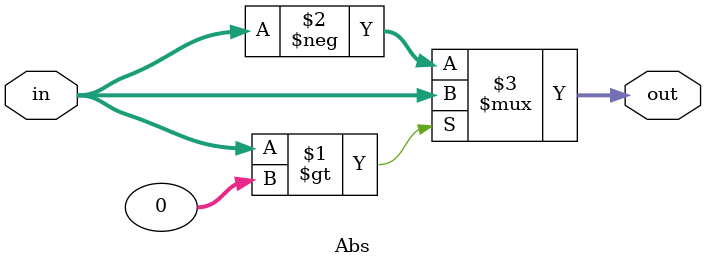
<source format=sv>
module Abs(input signed [11:0] in, output signed [11:0] out);
	assign out = in > 0 ? in : -in;

endmodule

</source>
